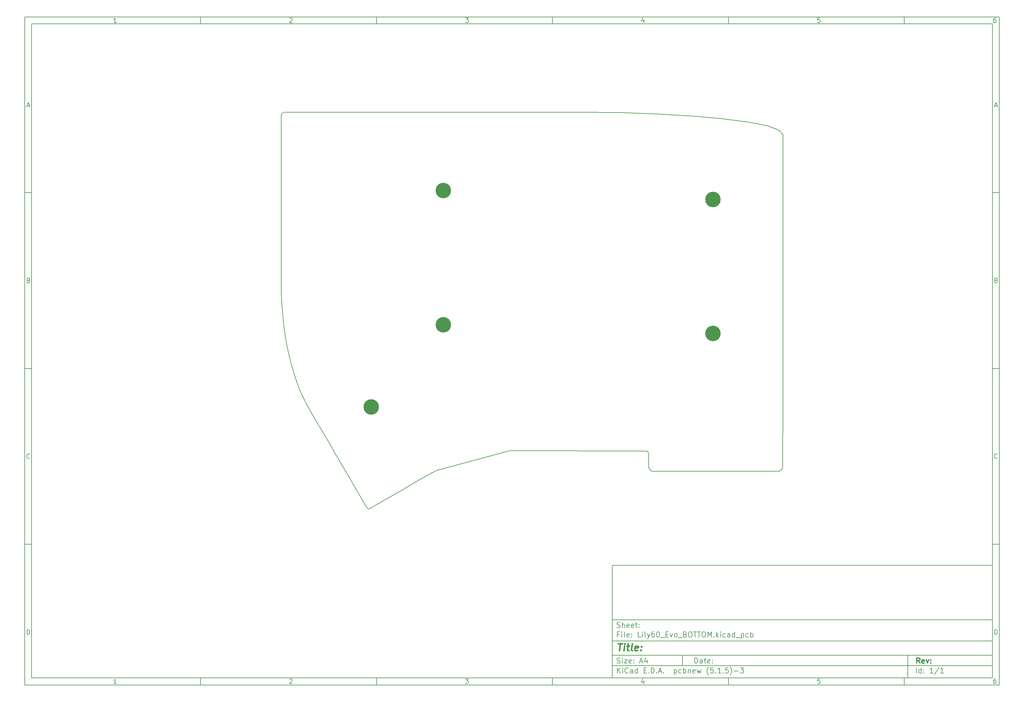
<source format=gts>
G04 #@! TF.GenerationSoftware,KiCad,Pcbnew,(5.1.5)-3*
G04 #@! TF.CreationDate,2020-05-17T20:10:40+04:00*
G04 #@! TF.ProjectId,Lily60_Evo_BOTTOM,4c696c79-3630-45f4-9576-6f5f424f5454,rev?*
G04 #@! TF.SameCoordinates,Original*
G04 #@! TF.FileFunction,Soldermask,Top*
G04 #@! TF.FilePolarity,Negative*
%FSLAX46Y46*%
G04 Gerber Fmt 4.6, Leading zero omitted, Abs format (unit mm)*
G04 Created by KiCad (PCBNEW (5.1.5)-3) date 2020-05-17 20:10:40*
%MOMM*%
%LPD*%
G04 APERTURE LIST*
%ADD10C,0.100000*%
%ADD11C,0.150000*%
%ADD12C,0.300000*%
%ADD13C,0.400000*%
%ADD14C,0.200000*%
%ADD15C,4.400000*%
G04 APERTURE END LIST*
D10*
D11*
X177002200Y-166007200D02*
X177002200Y-198007200D01*
X285002200Y-198007200D01*
X285002200Y-166007200D01*
X177002200Y-166007200D01*
D10*
D11*
X10000000Y-10000000D02*
X10000000Y-200007200D01*
X287002200Y-200007200D01*
X287002200Y-10000000D01*
X10000000Y-10000000D01*
D10*
D11*
X12000000Y-12000000D02*
X12000000Y-198007200D01*
X285002200Y-198007200D01*
X285002200Y-12000000D01*
X12000000Y-12000000D01*
D10*
D11*
X60000000Y-12000000D02*
X60000000Y-10000000D01*
D10*
D11*
X110000000Y-12000000D02*
X110000000Y-10000000D01*
D10*
D11*
X160000000Y-12000000D02*
X160000000Y-10000000D01*
D10*
D11*
X210000000Y-12000000D02*
X210000000Y-10000000D01*
D10*
D11*
X260000000Y-12000000D02*
X260000000Y-10000000D01*
D10*
D11*
X36065476Y-11588095D02*
X35322619Y-11588095D01*
X35694047Y-11588095D02*
X35694047Y-10288095D01*
X35570238Y-10473809D01*
X35446428Y-10597619D01*
X35322619Y-10659523D01*
D10*
D11*
X85322619Y-10411904D02*
X85384523Y-10350000D01*
X85508333Y-10288095D01*
X85817857Y-10288095D01*
X85941666Y-10350000D01*
X86003571Y-10411904D01*
X86065476Y-10535714D01*
X86065476Y-10659523D01*
X86003571Y-10845238D01*
X85260714Y-11588095D01*
X86065476Y-11588095D01*
D10*
D11*
X135260714Y-10288095D02*
X136065476Y-10288095D01*
X135632142Y-10783333D01*
X135817857Y-10783333D01*
X135941666Y-10845238D01*
X136003571Y-10907142D01*
X136065476Y-11030952D01*
X136065476Y-11340476D01*
X136003571Y-11464285D01*
X135941666Y-11526190D01*
X135817857Y-11588095D01*
X135446428Y-11588095D01*
X135322619Y-11526190D01*
X135260714Y-11464285D01*
D10*
D11*
X185941666Y-10721428D02*
X185941666Y-11588095D01*
X185632142Y-10226190D02*
X185322619Y-11154761D01*
X186127380Y-11154761D01*
D10*
D11*
X236003571Y-10288095D02*
X235384523Y-10288095D01*
X235322619Y-10907142D01*
X235384523Y-10845238D01*
X235508333Y-10783333D01*
X235817857Y-10783333D01*
X235941666Y-10845238D01*
X236003571Y-10907142D01*
X236065476Y-11030952D01*
X236065476Y-11340476D01*
X236003571Y-11464285D01*
X235941666Y-11526190D01*
X235817857Y-11588095D01*
X235508333Y-11588095D01*
X235384523Y-11526190D01*
X235322619Y-11464285D01*
D10*
D11*
X285941666Y-10288095D02*
X285694047Y-10288095D01*
X285570238Y-10350000D01*
X285508333Y-10411904D01*
X285384523Y-10597619D01*
X285322619Y-10845238D01*
X285322619Y-11340476D01*
X285384523Y-11464285D01*
X285446428Y-11526190D01*
X285570238Y-11588095D01*
X285817857Y-11588095D01*
X285941666Y-11526190D01*
X286003571Y-11464285D01*
X286065476Y-11340476D01*
X286065476Y-11030952D01*
X286003571Y-10907142D01*
X285941666Y-10845238D01*
X285817857Y-10783333D01*
X285570238Y-10783333D01*
X285446428Y-10845238D01*
X285384523Y-10907142D01*
X285322619Y-11030952D01*
D10*
D11*
X60000000Y-198007200D02*
X60000000Y-200007200D01*
D10*
D11*
X110000000Y-198007200D02*
X110000000Y-200007200D01*
D10*
D11*
X160000000Y-198007200D02*
X160000000Y-200007200D01*
D10*
D11*
X210000000Y-198007200D02*
X210000000Y-200007200D01*
D10*
D11*
X260000000Y-198007200D02*
X260000000Y-200007200D01*
D10*
D11*
X36065476Y-199595295D02*
X35322619Y-199595295D01*
X35694047Y-199595295D02*
X35694047Y-198295295D01*
X35570238Y-198481009D01*
X35446428Y-198604819D01*
X35322619Y-198666723D01*
D10*
D11*
X85322619Y-198419104D02*
X85384523Y-198357200D01*
X85508333Y-198295295D01*
X85817857Y-198295295D01*
X85941666Y-198357200D01*
X86003571Y-198419104D01*
X86065476Y-198542914D01*
X86065476Y-198666723D01*
X86003571Y-198852438D01*
X85260714Y-199595295D01*
X86065476Y-199595295D01*
D10*
D11*
X135260714Y-198295295D02*
X136065476Y-198295295D01*
X135632142Y-198790533D01*
X135817857Y-198790533D01*
X135941666Y-198852438D01*
X136003571Y-198914342D01*
X136065476Y-199038152D01*
X136065476Y-199347676D01*
X136003571Y-199471485D01*
X135941666Y-199533390D01*
X135817857Y-199595295D01*
X135446428Y-199595295D01*
X135322619Y-199533390D01*
X135260714Y-199471485D01*
D10*
D11*
X185941666Y-198728628D02*
X185941666Y-199595295D01*
X185632142Y-198233390D02*
X185322619Y-199161961D01*
X186127380Y-199161961D01*
D10*
D11*
X236003571Y-198295295D02*
X235384523Y-198295295D01*
X235322619Y-198914342D01*
X235384523Y-198852438D01*
X235508333Y-198790533D01*
X235817857Y-198790533D01*
X235941666Y-198852438D01*
X236003571Y-198914342D01*
X236065476Y-199038152D01*
X236065476Y-199347676D01*
X236003571Y-199471485D01*
X235941666Y-199533390D01*
X235817857Y-199595295D01*
X235508333Y-199595295D01*
X235384523Y-199533390D01*
X235322619Y-199471485D01*
D10*
D11*
X285941666Y-198295295D02*
X285694047Y-198295295D01*
X285570238Y-198357200D01*
X285508333Y-198419104D01*
X285384523Y-198604819D01*
X285322619Y-198852438D01*
X285322619Y-199347676D01*
X285384523Y-199471485D01*
X285446428Y-199533390D01*
X285570238Y-199595295D01*
X285817857Y-199595295D01*
X285941666Y-199533390D01*
X286003571Y-199471485D01*
X286065476Y-199347676D01*
X286065476Y-199038152D01*
X286003571Y-198914342D01*
X285941666Y-198852438D01*
X285817857Y-198790533D01*
X285570238Y-198790533D01*
X285446428Y-198852438D01*
X285384523Y-198914342D01*
X285322619Y-199038152D01*
D10*
D11*
X10000000Y-60000000D02*
X12000000Y-60000000D01*
D10*
D11*
X10000000Y-110000000D02*
X12000000Y-110000000D01*
D10*
D11*
X10000000Y-160000000D02*
X12000000Y-160000000D01*
D10*
D11*
X10690476Y-35216666D02*
X11309523Y-35216666D01*
X10566666Y-35588095D02*
X11000000Y-34288095D01*
X11433333Y-35588095D01*
D10*
D11*
X11092857Y-84907142D02*
X11278571Y-84969047D01*
X11340476Y-85030952D01*
X11402380Y-85154761D01*
X11402380Y-85340476D01*
X11340476Y-85464285D01*
X11278571Y-85526190D01*
X11154761Y-85588095D01*
X10659523Y-85588095D01*
X10659523Y-84288095D01*
X11092857Y-84288095D01*
X11216666Y-84350000D01*
X11278571Y-84411904D01*
X11340476Y-84535714D01*
X11340476Y-84659523D01*
X11278571Y-84783333D01*
X11216666Y-84845238D01*
X11092857Y-84907142D01*
X10659523Y-84907142D01*
D10*
D11*
X11402380Y-135464285D02*
X11340476Y-135526190D01*
X11154761Y-135588095D01*
X11030952Y-135588095D01*
X10845238Y-135526190D01*
X10721428Y-135402380D01*
X10659523Y-135278571D01*
X10597619Y-135030952D01*
X10597619Y-134845238D01*
X10659523Y-134597619D01*
X10721428Y-134473809D01*
X10845238Y-134350000D01*
X11030952Y-134288095D01*
X11154761Y-134288095D01*
X11340476Y-134350000D01*
X11402380Y-134411904D01*
D10*
D11*
X10659523Y-185588095D02*
X10659523Y-184288095D01*
X10969047Y-184288095D01*
X11154761Y-184350000D01*
X11278571Y-184473809D01*
X11340476Y-184597619D01*
X11402380Y-184845238D01*
X11402380Y-185030952D01*
X11340476Y-185278571D01*
X11278571Y-185402380D01*
X11154761Y-185526190D01*
X10969047Y-185588095D01*
X10659523Y-185588095D01*
D10*
D11*
X287002200Y-60000000D02*
X285002200Y-60000000D01*
D10*
D11*
X287002200Y-110000000D02*
X285002200Y-110000000D01*
D10*
D11*
X287002200Y-160000000D02*
X285002200Y-160000000D01*
D10*
D11*
X285692676Y-35216666D02*
X286311723Y-35216666D01*
X285568866Y-35588095D02*
X286002200Y-34288095D01*
X286435533Y-35588095D01*
D10*
D11*
X286095057Y-84907142D02*
X286280771Y-84969047D01*
X286342676Y-85030952D01*
X286404580Y-85154761D01*
X286404580Y-85340476D01*
X286342676Y-85464285D01*
X286280771Y-85526190D01*
X286156961Y-85588095D01*
X285661723Y-85588095D01*
X285661723Y-84288095D01*
X286095057Y-84288095D01*
X286218866Y-84350000D01*
X286280771Y-84411904D01*
X286342676Y-84535714D01*
X286342676Y-84659523D01*
X286280771Y-84783333D01*
X286218866Y-84845238D01*
X286095057Y-84907142D01*
X285661723Y-84907142D01*
D10*
D11*
X286404580Y-135464285D02*
X286342676Y-135526190D01*
X286156961Y-135588095D01*
X286033152Y-135588095D01*
X285847438Y-135526190D01*
X285723628Y-135402380D01*
X285661723Y-135278571D01*
X285599819Y-135030952D01*
X285599819Y-134845238D01*
X285661723Y-134597619D01*
X285723628Y-134473809D01*
X285847438Y-134350000D01*
X286033152Y-134288095D01*
X286156961Y-134288095D01*
X286342676Y-134350000D01*
X286404580Y-134411904D01*
D10*
D11*
X285661723Y-185588095D02*
X285661723Y-184288095D01*
X285971247Y-184288095D01*
X286156961Y-184350000D01*
X286280771Y-184473809D01*
X286342676Y-184597619D01*
X286404580Y-184845238D01*
X286404580Y-185030952D01*
X286342676Y-185278571D01*
X286280771Y-185402380D01*
X286156961Y-185526190D01*
X285971247Y-185588095D01*
X285661723Y-185588095D01*
D10*
D11*
X200434342Y-193785771D02*
X200434342Y-192285771D01*
X200791485Y-192285771D01*
X201005771Y-192357200D01*
X201148628Y-192500057D01*
X201220057Y-192642914D01*
X201291485Y-192928628D01*
X201291485Y-193142914D01*
X201220057Y-193428628D01*
X201148628Y-193571485D01*
X201005771Y-193714342D01*
X200791485Y-193785771D01*
X200434342Y-193785771D01*
X202577200Y-193785771D02*
X202577200Y-193000057D01*
X202505771Y-192857200D01*
X202362914Y-192785771D01*
X202077200Y-192785771D01*
X201934342Y-192857200D01*
X202577200Y-193714342D02*
X202434342Y-193785771D01*
X202077200Y-193785771D01*
X201934342Y-193714342D01*
X201862914Y-193571485D01*
X201862914Y-193428628D01*
X201934342Y-193285771D01*
X202077200Y-193214342D01*
X202434342Y-193214342D01*
X202577200Y-193142914D01*
X203077200Y-192785771D02*
X203648628Y-192785771D01*
X203291485Y-192285771D02*
X203291485Y-193571485D01*
X203362914Y-193714342D01*
X203505771Y-193785771D01*
X203648628Y-193785771D01*
X204720057Y-193714342D02*
X204577200Y-193785771D01*
X204291485Y-193785771D01*
X204148628Y-193714342D01*
X204077200Y-193571485D01*
X204077200Y-193000057D01*
X204148628Y-192857200D01*
X204291485Y-192785771D01*
X204577200Y-192785771D01*
X204720057Y-192857200D01*
X204791485Y-193000057D01*
X204791485Y-193142914D01*
X204077200Y-193285771D01*
X205434342Y-193642914D02*
X205505771Y-193714342D01*
X205434342Y-193785771D01*
X205362914Y-193714342D01*
X205434342Y-193642914D01*
X205434342Y-193785771D01*
X205434342Y-192857200D02*
X205505771Y-192928628D01*
X205434342Y-193000057D01*
X205362914Y-192928628D01*
X205434342Y-192857200D01*
X205434342Y-193000057D01*
D10*
D11*
X177002200Y-194507200D02*
X285002200Y-194507200D01*
D10*
D11*
X178434342Y-196585771D02*
X178434342Y-195085771D01*
X179291485Y-196585771D02*
X178648628Y-195728628D01*
X179291485Y-195085771D02*
X178434342Y-195942914D01*
X179934342Y-196585771D02*
X179934342Y-195585771D01*
X179934342Y-195085771D02*
X179862914Y-195157200D01*
X179934342Y-195228628D01*
X180005771Y-195157200D01*
X179934342Y-195085771D01*
X179934342Y-195228628D01*
X181505771Y-196442914D02*
X181434342Y-196514342D01*
X181220057Y-196585771D01*
X181077200Y-196585771D01*
X180862914Y-196514342D01*
X180720057Y-196371485D01*
X180648628Y-196228628D01*
X180577200Y-195942914D01*
X180577200Y-195728628D01*
X180648628Y-195442914D01*
X180720057Y-195300057D01*
X180862914Y-195157200D01*
X181077200Y-195085771D01*
X181220057Y-195085771D01*
X181434342Y-195157200D01*
X181505771Y-195228628D01*
X182791485Y-196585771D02*
X182791485Y-195800057D01*
X182720057Y-195657200D01*
X182577200Y-195585771D01*
X182291485Y-195585771D01*
X182148628Y-195657200D01*
X182791485Y-196514342D02*
X182648628Y-196585771D01*
X182291485Y-196585771D01*
X182148628Y-196514342D01*
X182077200Y-196371485D01*
X182077200Y-196228628D01*
X182148628Y-196085771D01*
X182291485Y-196014342D01*
X182648628Y-196014342D01*
X182791485Y-195942914D01*
X184148628Y-196585771D02*
X184148628Y-195085771D01*
X184148628Y-196514342D02*
X184005771Y-196585771D01*
X183720057Y-196585771D01*
X183577200Y-196514342D01*
X183505771Y-196442914D01*
X183434342Y-196300057D01*
X183434342Y-195871485D01*
X183505771Y-195728628D01*
X183577200Y-195657200D01*
X183720057Y-195585771D01*
X184005771Y-195585771D01*
X184148628Y-195657200D01*
X186005771Y-195800057D02*
X186505771Y-195800057D01*
X186720057Y-196585771D02*
X186005771Y-196585771D01*
X186005771Y-195085771D01*
X186720057Y-195085771D01*
X187362914Y-196442914D02*
X187434342Y-196514342D01*
X187362914Y-196585771D01*
X187291485Y-196514342D01*
X187362914Y-196442914D01*
X187362914Y-196585771D01*
X188077200Y-196585771D02*
X188077200Y-195085771D01*
X188434342Y-195085771D01*
X188648628Y-195157200D01*
X188791485Y-195300057D01*
X188862914Y-195442914D01*
X188934342Y-195728628D01*
X188934342Y-195942914D01*
X188862914Y-196228628D01*
X188791485Y-196371485D01*
X188648628Y-196514342D01*
X188434342Y-196585771D01*
X188077200Y-196585771D01*
X189577200Y-196442914D02*
X189648628Y-196514342D01*
X189577200Y-196585771D01*
X189505771Y-196514342D01*
X189577200Y-196442914D01*
X189577200Y-196585771D01*
X190220057Y-196157200D02*
X190934342Y-196157200D01*
X190077200Y-196585771D02*
X190577200Y-195085771D01*
X191077200Y-196585771D01*
X191577200Y-196442914D02*
X191648628Y-196514342D01*
X191577200Y-196585771D01*
X191505771Y-196514342D01*
X191577200Y-196442914D01*
X191577200Y-196585771D01*
X194577200Y-195585771D02*
X194577200Y-197085771D01*
X194577200Y-195657200D02*
X194720057Y-195585771D01*
X195005771Y-195585771D01*
X195148628Y-195657200D01*
X195220057Y-195728628D01*
X195291485Y-195871485D01*
X195291485Y-196300057D01*
X195220057Y-196442914D01*
X195148628Y-196514342D01*
X195005771Y-196585771D01*
X194720057Y-196585771D01*
X194577200Y-196514342D01*
X196577200Y-196514342D02*
X196434342Y-196585771D01*
X196148628Y-196585771D01*
X196005771Y-196514342D01*
X195934342Y-196442914D01*
X195862914Y-196300057D01*
X195862914Y-195871485D01*
X195934342Y-195728628D01*
X196005771Y-195657200D01*
X196148628Y-195585771D01*
X196434342Y-195585771D01*
X196577200Y-195657200D01*
X197220057Y-196585771D02*
X197220057Y-195085771D01*
X197220057Y-195657200D02*
X197362914Y-195585771D01*
X197648628Y-195585771D01*
X197791485Y-195657200D01*
X197862914Y-195728628D01*
X197934342Y-195871485D01*
X197934342Y-196300057D01*
X197862914Y-196442914D01*
X197791485Y-196514342D01*
X197648628Y-196585771D01*
X197362914Y-196585771D01*
X197220057Y-196514342D01*
X198577200Y-195585771D02*
X198577200Y-196585771D01*
X198577200Y-195728628D02*
X198648628Y-195657200D01*
X198791485Y-195585771D01*
X199005771Y-195585771D01*
X199148628Y-195657200D01*
X199220057Y-195800057D01*
X199220057Y-196585771D01*
X200505771Y-196514342D02*
X200362914Y-196585771D01*
X200077200Y-196585771D01*
X199934342Y-196514342D01*
X199862914Y-196371485D01*
X199862914Y-195800057D01*
X199934342Y-195657200D01*
X200077200Y-195585771D01*
X200362914Y-195585771D01*
X200505771Y-195657200D01*
X200577200Y-195800057D01*
X200577200Y-195942914D01*
X199862914Y-196085771D01*
X201077200Y-195585771D02*
X201362914Y-196585771D01*
X201648628Y-195871485D01*
X201934342Y-196585771D01*
X202220057Y-195585771D01*
X204362914Y-197157200D02*
X204291485Y-197085771D01*
X204148628Y-196871485D01*
X204077200Y-196728628D01*
X204005771Y-196514342D01*
X203934342Y-196157200D01*
X203934342Y-195871485D01*
X204005771Y-195514342D01*
X204077200Y-195300057D01*
X204148628Y-195157200D01*
X204291485Y-194942914D01*
X204362914Y-194871485D01*
X205648628Y-195085771D02*
X204934342Y-195085771D01*
X204862914Y-195800057D01*
X204934342Y-195728628D01*
X205077200Y-195657200D01*
X205434342Y-195657200D01*
X205577200Y-195728628D01*
X205648628Y-195800057D01*
X205720057Y-195942914D01*
X205720057Y-196300057D01*
X205648628Y-196442914D01*
X205577200Y-196514342D01*
X205434342Y-196585771D01*
X205077200Y-196585771D01*
X204934342Y-196514342D01*
X204862914Y-196442914D01*
X206362914Y-196442914D02*
X206434342Y-196514342D01*
X206362914Y-196585771D01*
X206291485Y-196514342D01*
X206362914Y-196442914D01*
X206362914Y-196585771D01*
X207862914Y-196585771D02*
X207005771Y-196585771D01*
X207434342Y-196585771D02*
X207434342Y-195085771D01*
X207291485Y-195300057D01*
X207148628Y-195442914D01*
X207005771Y-195514342D01*
X208505771Y-196442914D02*
X208577200Y-196514342D01*
X208505771Y-196585771D01*
X208434342Y-196514342D01*
X208505771Y-196442914D01*
X208505771Y-196585771D01*
X209934342Y-195085771D02*
X209220057Y-195085771D01*
X209148628Y-195800057D01*
X209220057Y-195728628D01*
X209362914Y-195657200D01*
X209720057Y-195657200D01*
X209862914Y-195728628D01*
X209934342Y-195800057D01*
X210005771Y-195942914D01*
X210005771Y-196300057D01*
X209934342Y-196442914D01*
X209862914Y-196514342D01*
X209720057Y-196585771D01*
X209362914Y-196585771D01*
X209220057Y-196514342D01*
X209148628Y-196442914D01*
X210505771Y-197157200D02*
X210577200Y-197085771D01*
X210720057Y-196871485D01*
X210791485Y-196728628D01*
X210862914Y-196514342D01*
X210934342Y-196157200D01*
X210934342Y-195871485D01*
X210862914Y-195514342D01*
X210791485Y-195300057D01*
X210720057Y-195157200D01*
X210577200Y-194942914D01*
X210505771Y-194871485D01*
X211648628Y-196014342D02*
X212791485Y-196014342D01*
X213362914Y-195085771D02*
X214291485Y-195085771D01*
X213791485Y-195657200D01*
X214005771Y-195657200D01*
X214148628Y-195728628D01*
X214220057Y-195800057D01*
X214291485Y-195942914D01*
X214291485Y-196300057D01*
X214220057Y-196442914D01*
X214148628Y-196514342D01*
X214005771Y-196585771D01*
X213577200Y-196585771D01*
X213434342Y-196514342D01*
X213362914Y-196442914D01*
D10*
D11*
X177002200Y-191507200D02*
X285002200Y-191507200D01*
D10*
D12*
X264411485Y-193785771D02*
X263911485Y-193071485D01*
X263554342Y-193785771D02*
X263554342Y-192285771D01*
X264125771Y-192285771D01*
X264268628Y-192357200D01*
X264340057Y-192428628D01*
X264411485Y-192571485D01*
X264411485Y-192785771D01*
X264340057Y-192928628D01*
X264268628Y-193000057D01*
X264125771Y-193071485D01*
X263554342Y-193071485D01*
X265625771Y-193714342D02*
X265482914Y-193785771D01*
X265197200Y-193785771D01*
X265054342Y-193714342D01*
X264982914Y-193571485D01*
X264982914Y-193000057D01*
X265054342Y-192857200D01*
X265197200Y-192785771D01*
X265482914Y-192785771D01*
X265625771Y-192857200D01*
X265697200Y-193000057D01*
X265697200Y-193142914D01*
X264982914Y-193285771D01*
X266197200Y-192785771D02*
X266554342Y-193785771D01*
X266911485Y-192785771D01*
X267482914Y-193642914D02*
X267554342Y-193714342D01*
X267482914Y-193785771D01*
X267411485Y-193714342D01*
X267482914Y-193642914D01*
X267482914Y-193785771D01*
X267482914Y-192857200D02*
X267554342Y-192928628D01*
X267482914Y-193000057D01*
X267411485Y-192928628D01*
X267482914Y-192857200D01*
X267482914Y-193000057D01*
D10*
D11*
X178362914Y-193714342D02*
X178577200Y-193785771D01*
X178934342Y-193785771D01*
X179077200Y-193714342D01*
X179148628Y-193642914D01*
X179220057Y-193500057D01*
X179220057Y-193357200D01*
X179148628Y-193214342D01*
X179077200Y-193142914D01*
X178934342Y-193071485D01*
X178648628Y-193000057D01*
X178505771Y-192928628D01*
X178434342Y-192857200D01*
X178362914Y-192714342D01*
X178362914Y-192571485D01*
X178434342Y-192428628D01*
X178505771Y-192357200D01*
X178648628Y-192285771D01*
X179005771Y-192285771D01*
X179220057Y-192357200D01*
X179862914Y-193785771D02*
X179862914Y-192785771D01*
X179862914Y-192285771D02*
X179791485Y-192357200D01*
X179862914Y-192428628D01*
X179934342Y-192357200D01*
X179862914Y-192285771D01*
X179862914Y-192428628D01*
X180434342Y-192785771D02*
X181220057Y-192785771D01*
X180434342Y-193785771D01*
X181220057Y-193785771D01*
X182362914Y-193714342D02*
X182220057Y-193785771D01*
X181934342Y-193785771D01*
X181791485Y-193714342D01*
X181720057Y-193571485D01*
X181720057Y-193000057D01*
X181791485Y-192857200D01*
X181934342Y-192785771D01*
X182220057Y-192785771D01*
X182362914Y-192857200D01*
X182434342Y-193000057D01*
X182434342Y-193142914D01*
X181720057Y-193285771D01*
X183077200Y-193642914D02*
X183148628Y-193714342D01*
X183077200Y-193785771D01*
X183005771Y-193714342D01*
X183077200Y-193642914D01*
X183077200Y-193785771D01*
X183077200Y-192857200D02*
X183148628Y-192928628D01*
X183077200Y-193000057D01*
X183005771Y-192928628D01*
X183077200Y-192857200D01*
X183077200Y-193000057D01*
X184862914Y-193357200D02*
X185577200Y-193357200D01*
X184720057Y-193785771D02*
X185220057Y-192285771D01*
X185720057Y-193785771D01*
X186862914Y-192785771D02*
X186862914Y-193785771D01*
X186505771Y-192214342D02*
X186148628Y-193285771D01*
X187077200Y-193285771D01*
D10*
D11*
X263434342Y-196585771D02*
X263434342Y-195085771D01*
X264791485Y-196585771D02*
X264791485Y-195085771D01*
X264791485Y-196514342D02*
X264648628Y-196585771D01*
X264362914Y-196585771D01*
X264220057Y-196514342D01*
X264148628Y-196442914D01*
X264077200Y-196300057D01*
X264077200Y-195871485D01*
X264148628Y-195728628D01*
X264220057Y-195657200D01*
X264362914Y-195585771D01*
X264648628Y-195585771D01*
X264791485Y-195657200D01*
X265505771Y-196442914D02*
X265577200Y-196514342D01*
X265505771Y-196585771D01*
X265434342Y-196514342D01*
X265505771Y-196442914D01*
X265505771Y-196585771D01*
X265505771Y-195657200D02*
X265577200Y-195728628D01*
X265505771Y-195800057D01*
X265434342Y-195728628D01*
X265505771Y-195657200D01*
X265505771Y-195800057D01*
X268148628Y-196585771D02*
X267291485Y-196585771D01*
X267720057Y-196585771D02*
X267720057Y-195085771D01*
X267577200Y-195300057D01*
X267434342Y-195442914D01*
X267291485Y-195514342D01*
X269862914Y-195014342D02*
X268577200Y-196942914D01*
X271148628Y-196585771D02*
X270291485Y-196585771D01*
X270720057Y-196585771D02*
X270720057Y-195085771D01*
X270577200Y-195300057D01*
X270434342Y-195442914D01*
X270291485Y-195514342D01*
D10*
D11*
X177002200Y-187507200D02*
X285002200Y-187507200D01*
D10*
D13*
X178714580Y-188211961D02*
X179857438Y-188211961D01*
X179036009Y-190211961D02*
X179286009Y-188211961D01*
X180274104Y-190211961D02*
X180440771Y-188878628D01*
X180524104Y-188211961D02*
X180416961Y-188307200D01*
X180500295Y-188402438D01*
X180607438Y-188307200D01*
X180524104Y-188211961D01*
X180500295Y-188402438D01*
X181107438Y-188878628D02*
X181869342Y-188878628D01*
X181476485Y-188211961D02*
X181262200Y-189926247D01*
X181333628Y-190116723D01*
X181512200Y-190211961D01*
X181702676Y-190211961D01*
X182655057Y-190211961D02*
X182476485Y-190116723D01*
X182405057Y-189926247D01*
X182619342Y-188211961D01*
X184190771Y-190116723D02*
X183988390Y-190211961D01*
X183607438Y-190211961D01*
X183428866Y-190116723D01*
X183357438Y-189926247D01*
X183452676Y-189164342D01*
X183571723Y-188973866D01*
X183774104Y-188878628D01*
X184155057Y-188878628D01*
X184333628Y-188973866D01*
X184405057Y-189164342D01*
X184381247Y-189354819D01*
X183405057Y-189545295D01*
X185155057Y-190021485D02*
X185238390Y-190116723D01*
X185131247Y-190211961D01*
X185047914Y-190116723D01*
X185155057Y-190021485D01*
X185131247Y-190211961D01*
X185286009Y-188973866D02*
X185369342Y-189069104D01*
X185262200Y-189164342D01*
X185178866Y-189069104D01*
X185286009Y-188973866D01*
X185262200Y-189164342D01*
D10*
D11*
X178934342Y-185600057D02*
X178434342Y-185600057D01*
X178434342Y-186385771D02*
X178434342Y-184885771D01*
X179148628Y-184885771D01*
X179720057Y-186385771D02*
X179720057Y-185385771D01*
X179720057Y-184885771D02*
X179648628Y-184957200D01*
X179720057Y-185028628D01*
X179791485Y-184957200D01*
X179720057Y-184885771D01*
X179720057Y-185028628D01*
X180648628Y-186385771D02*
X180505771Y-186314342D01*
X180434342Y-186171485D01*
X180434342Y-184885771D01*
X181791485Y-186314342D02*
X181648628Y-186385771D01*
X181362914Y-186385771D01*
X181220057Y-186314342D01*
X181148628Y-186171485D01*
X181148628Y-185600057D01*
X181220057Y-185457200D01*
X181362914Y-185385771D01*
X181648628Y-185385771D01*
X181791485Y-185457200D01*
X181862914Y-185600057D01*
X181862914Y-185742914D01*
X181148628Y-185885771D01*
X182505771Y-186242914D02*
X182577200Y-186314342D01*
X182505771Y-186385771D01*
X182434342Y-186314342D01*
X182505771Y-186242914D01*
X182505771Y-186385771D01*
X182505771Y-185457200D02*
X182577200Y-185528628D01*
X182505771Y-185600057D01*
X182434342Y-185528628D01*
X182505771Y-185457200D01*
X182505771Y-185600057D01*
X185077200Y-186385771D02*
X184362914Y-186385771D01*
X184362914Y-184885771D01*
X185577200Y-186385771D02*
X185577200Y-185385771D01*
X185577200Y-184885771D02*
X185505771Y-184957200D01*
X185577200Y-185028628D01*
X185648628Y-184957200D01*
X185577200Y-184885771D01*
X185577200Y-185028628D01*
X186505771Y-186385771D02*
X186362914Y-186314342D01*
X186291485Y-186171485D01*
X186291485Y-184885771D01*
X186934342Y-185385771D02*
X187291485Y-186385771D01*
X187648628Y-185385771D02*
X187291485Y-186385771D01*
X187148628Y-186742914D01*
X187077200Y-186814342D01*
X186934342Y-186885771D01*
X188862914Y-184885771D02*
X188577200Y-184885771D01*
X188434342Y-184957200D01*
X188362914Y-185028628D01*
X188220057Y-185242914D01*
X188148628Y-185528628D01*
X188148628Y-186100057D01*
X188220057Y-186242914D01*
X188291485Y-186314342D01*
X188434342Y-186385771D01*
X188720057Y-186385771D01*
X188862914Y-186314342D01*
X188934342Y-186242914D01*
X189005771Y-186100057D01*
X189005771Y-185742914D01*
X188934342Y-185600057D01*
X188862914Y-185528628D01*
X188720057Y-185457200D01*
X188434342Y-185457200D01*
X188291485Y-185528628D01*
X188220057Y-185600057D01*
X188148628Y-185742914D01*
X189934342Y-184885771D02*
X190077200Y-184885771D01*
X190220057Y-184957200D01*
X190291485Y-185028628D01*
X190362914Y-185171485D01*
X190434342Y-185457200D01*
X190434342Y-185814342D01*
X190362914Y-186100057D01*
X190291485Y-186242914D01*
X190220057Y-186314342D01*
X190077200Y-186385771D01*
X189934342Y-186385771D01*
X189791485Y-186314342D01*
X189720057Y-186242914D01*
X189648628Y-186100057D01*
X189577200Y-185814342D01*
X189577200Y-185457200D01*
X189648628Y-185171485D01*
X189720057Y-185028628D01*
X189791485Y-184957200D01*
X189934342Y-184885771D01*
X190720057Y-186528628D02*
X191862914Y-186528628D01*
X192220057Y-185600057D02*
X192720057Y-185600057D01*
X192934342Y-186385771D02*
X192220057Y-186385771D01*
X192220057Y-184885771D01*
X192934342Y-184885771D01*
X193434342Y-185385771D02*
X193791485Y-186385771D01*
X194148628Y-185385771D01*
X194934342Y-186385771D02*
X194791485Y-186314342D01*
X194720057Y-186242914D01*
X194648628Y-186100057D01*
X194648628Y-185671485D01*
X194720057Y-185528628D01*
X194791485Y-185457200D01*
X194934342Y-185385771D01*
X195148628Y-185385771D01*
X195291485Y-185457200D01*
X195362914Y-185528628D01*
X195434342Y-185671485D01*
X195434342Y-186100057D01*
X195362914Y-186242914D01*
X195291485Y-186314342D01*
X195148628Y-186385771D01*
X194934342Y-186385771D01*
X195720057Y-186528628D02*
X196862914Y-186528628D01*
X197720057Y-185600057D02*
X197934342Y-185671485D01*
X198005771Y-185742914D01*
X198077200Y-185885771D01*
X198077200Y-186100057D01*
X198005771Y-186242914D01*
X197934342Y-186314342D01*
X197791485Y-186385771D01*
X197220057Y-186385771D01*
X197220057Y-184885771D01*
X197720057Y-184885771D01*
X197862914Y-184957200D01*
X197934342Y-185028628D01*
X198005771Y-185171485D01*
X198005771Y-185314342D01*
X197934342Y-185457200D01*
X197862914Y-185528628D01*
X197720057Y-185600057D01*
X197220057Y-185600057D01*
X199005771Y-184885771D02*
X199291485Y-184885771D01*
X199434342Y-184957200D01*
X199577200Y-185100057D01*
X199648628Y-185385771D01*
X199648628Y-185885771D01*
X199577200Y-186171485D01*
X199434342Y-186314342D01*
X199291485Y-186385771D01*
X199005771Y-186385771D01*
X198862914Y-186314342D01*
X198720057Y-186171485D01*
X198648628Y-185885771D01*
X198648628Y-185385771D01*
X198720057Y-185100057D01*
X198862914Y-184957200D01*
X199005771Y-184885771D01*
X200077200Y-184885771D02*
X200934342Y-184885771D01*
X200505771Y-186385771D02*
X200505771Y-184885771D01*
X201220057Y-184885771D02*
X202077200Y-184885771D01*
X201648628Y-186385771D02*
X201648628Y-184885771D01*
X202862914Y-184885771D02*
X203148628Y-184885771D01*
X203291485Y-184957200D01*
X203434342Y-185100057D01*
X203505771Y-185385771D01*
X203505771Y-185885771D01*
X203434342Y-186171485D01*
X203291485Y-186314342D01*
X203148628Y-186385771D01*
X202862914Y-186385771D01*
X202720057Y-186314342D01*
X202577200Y-186171485D01*
X202505771Y-185885771D01*
X202505771Y-185385771D01*
X202577200Y-185100057D01*
X202720057Y-184957200D01*
X202862914Y-184885771D01*
X204148628Y-186385771D02*
X204148628Y-184885771D01*
X204648628Y-185957200D01*
X205148628Y-184885771D01*
X205148628Y-186385771D01*
X205862914Y-186242914D02*
X205934342Y-186314342D01*
X205862914Y-186385771D01*
X205791485Y-186314342D01*
X205862914Y-186242914D01*
X205862914Y-186385771D01*
X206577200Y-186385771D02*
X206577200Y-184885771D01*
X206720057Y-185814342D02*
X207148628Y-186385771D01*
X207148628Y-185385771D02*
X206577200Y-185957200D01*
X207791485Y-186385771D02*
X207791485Y-185385771D01*
X207791485Y-184885771D02*
X207720057Y-184957200D01*
X207791485Y-185028628D01*
X207862914Y-184957200D01*
X207791485Y-184885771D01*
X207791485Y-185028628D01*
X209148628Y-186314342D02*
X209005771Y-186385771D01*
X208720057Y-186385771D01*
X208577200Y-186314342D01*
X208505771Y-186242914D01*
X208434342Y-186100057D01*
X208434342Y-185671485D01*
X208505771Y-185528628D01*
X208577200Y-185457200D01*
X208720057Y-185385771D01*
X209005771Y-185385771D01*
X209148628Y-185457200D01*
X210434342Y-186385771D02*
X210434342Y-185600057D01*
X210362914Y-185457200D01*
X210220057Y-185385771D01*
X209934342Y-185385771D01*
X209791485Y-185457200D01*
X210434342Y-186314342D02*
X210291485Y-186385771D01*
X209934342Y-186385771D01*
X209791485Y-186314342D01*
X209720057Y-186171485D01*
X209720057Y-186028628D01*
X209791485Y-185885771D01*
X209934342Y-185814342D01*
X210291485Y-185814342D01*
X210434342Y-185742914D01*
X211791485Y-186385771D02*
X211791485Y-184885771D01*
X211791485Y-186314342D02*
X211648628Y-186385771D01*
X211362914Y-186385771D01*
X211220057Y-186314342D01*
X211148628Y-186242914D01*
X211077200Y-186100057D01*
X211077200Y-185671485D01*
X211148628Y-185528628D01*
X211220057Y-185457200D01*
X211362914Y-185385771D01*
X211648628Y-185385771D01*
X211791485Y-185457200D01*
X212148628Y-186528628D02*
X213291485Y-186528628D01*
X213648628Y-185385771D02*
X213648628Y-186885771D01*
X213648628Y-185457200D02*
X213791485Y-185385771D01*
X214077200Y-185385771D01*
X214220057Y-185457200D01*
X214291485Y-185528628D01*
X214362914Y-185671485D01*
X214362914Y-186100057D01*
X214291485Y-186242914D01*
X214220057Y-186314342D01*
X214077200Y-186385771D01*
X213791485Y-186385771D01*
X213648628Y-186314342D01*
X215648628Y-186314342D02*
X215505771Y-186385771D01*
X215220057Y-186385771D01*
X215077200Y-186314342D01*
X215005771Y-186242914D01*
X214934342Y-186100057D01*
X214934342Y-185671485D01*
X215005771Y-185528628D01*
X215077200Y-185457200D01*
X215220057Y-185385771D01*
X215505771Y-185385771D01*
X215648628Y-185457200D01*
X216291485Y-186385771D02*
X216291485Y-184885771D01*
X216291485Y-185457200D02*
X216434342Y-185385771D01*
X216720057Y-185385771D01*
X216862914Y-185457200D01*
X216934342Y-185528628D01*
X217005771Y-185671485D01*
X217005771Y-186100057D01*
X216934342Y-186242914D01*
X216862914Y-186314342D01*
X216720057Y-186385771D01*
X216434342Y-186385771D01*
X216291485Y-186314342D01*
D10*
D11*
X177002200Y-181507200D02*
X285002200Y-181507200D01*
D10*
D11*
X178362914Y-183614342D02*
X178577200Y-183685771D01*
X178934342Y-183685771D01*
X179077200Y-183614342D01*
X179148628Y-183542914D01*
X179220057Y-183400057D01*
X179220057Y-183257200D01*
X179148628Y-183114342D01*
X179077200Y-183042914D01*
X178934342Y-182971485D01*
X178648628Y-182900057D01*
X178505771Y-182828628D01*
X178434342Y-182757200D01*
X178362914Y-182614342D01*
X178362914Y-182471485D01*
X178434342Y-182328628D01*
X178505771Y-182257200D01*
X178648628Y-182185771D01*
X179005771Y-182185771D01*
X179220057Y-182257200D01*
X179862914Y-183685771D02*
X179862914Y-182185771D01*
X180505771Y-183685771D02*
X180505771Y-182900057D01*
X180434342Y-182757200D01*
X180291485Y-182685771D01*
X180077200Y-182685771D01*
X179934342Y-182757200D01*
X179862914Y-182828628D01*
X181791485Y-183614342D02*
X181648628Y-183685771D01*
X181362914Y-183685771D01*
X181220057Y-183614342D01*
X181148628Y-183471485D01*
X181148628Y-182900057D01*
X181220057Y-182757200D01*
X181362914Y-182685771D01*
X181648628Y-182685771D01*
X181791485Y-182757200D01*
X181862914Y-182900057D01*
X181862914Y-183042914D01*
X181148628Y-183185771D01*
X183077200Y-183614342D02*
X182934342Y-183685771D01*
X182648628Y-183685771D01*
X182505771Y-183614342D01*
X182434342Y-183471485D01*
X182434342Y-182900057D01*
X182505771Y-182757200D01*
X182648628Y-182685771D01*
X182934342Y-182685771D01*
X183077200Y-182757200D01*
X183148628Y-182900057D01*
X183148628Y-183042914D01*
X182434342Y-183185771D01*
X183577200Y-182685771D02*
X184148628Y-182685771D01*
X183791485Y-182185771D02*
X183791485Y-183471485D01*
X183862914Y-183614342D01*
X184005771Y-183685771D01*
X184148628Y-183685771D01*
X184648628Y-183542914D02*
X184720057Y-183614342D01*
X184648628Y-183685771D01*
X184577200Y-183614342D01*
X184648628Y-183542914D01*
X184648628Y-183685771D01*
X184648628Y-182757200D02*
X184720057Y-182828628D01*
X184648628Y-182900057D01*
X184577200Y-182828628D01*
X184648628Y-182757200D01*
X184648628Y-182900057D01*
D10*
D11*
X197002200Y-191507200D02*
X197002200Y-194507200D01*
D10*
D11*
X261002200Y-191507200D02*
X261002200Y-198007200D01*
D14*
X187714087Y-138785913D02*
X187530998Y-138563960D01*
X188472504Y-139194553D02*
X188190848Y-139107217D01*
X187530998Y-138563960D02*
X187392782Y-138309152D01*
X188190848Y-139107217D02*
X187936039Y-138969001D01*
X187392782Y-138309152D02*
X187305447Y-138027496D01*
X188750000Y-139200000D02*
X188472504Y-139194553D01*
X187936039Y-138969001D02*
X187714087Y-138785913D01*
X186658574Y-133452455D02*
G75*
G02X187300000Y-134150000I-58574J-697545D01*
G01*
X124667888Y-140255128D02*
X127100000Y-138950000D01*
X120963416Y-142391346D02*
X124667888Y-140255128D01*
X117258944Y-144527564D02*
X120963416Y-142391346D01*
X113554472Y-146663782D02*
X117258944Y-144527564D01*
X225459999Y-119289735D02*
X225450000Y-137750000D01*
X204850000Y-139200000D02*
X224277496Y-139194553D01*
X225357217Y-138309152D02*
X225219001Y-138563961D01*
X224559152Y-139107218D02*
X224277496Y-139194553D01*
X224813960Y-138969002D02*
X224559152Y-139107218D01*
X225035913Y-138785913D02*
X224813960Y-138969002D01*
X225444553Y-138027496D02*
X225357217Y-138309152D01*
X225219001Y-138563961D02*
X225035913Y-138785913D01*
X225450000Y-137750000D02*
X225444553Y-138027496D01*
X127100000Y-138950000D02*
X147900000Y-133400000D01*
X187300000Y-134150000D02*
X187305447Y-138027496D01*
X147900000Y-133400000D02*
X186658574Y-133452455D01*
X109882452Y-148801617D02*
X113554472Y-146663782D01*
X188750000Y-139200000D02*
X204850000Y-139200000D01*
X82937528Y-50750629D02*
X82937528Y-44443695D01*
X82937528Y-57057562D02*
X82937528Y-50750629D01*
X115211711Y-37086762D02*
X104803877Y-37086762D01*
X199807654Y-38170488D02*
X189919538Y-37585374D01*
X208420758Y-38945561D02*
X199807654Y-38170488D01*
X215525697Y-39885159D02*
X208420758Y-38945561D01*
X220889319Y-40963847D02*
X215525697Y-39885159D01*
X178989563Y-37215654D02*
X167250881Y-37086762D01*
X189919538Y-37585374D02*
X178989563Y-37215654D01*
X225460000Y-52918378D02*
X225460000Y-62400000D01*
X225460000Y-43436755D02*
X225460000Y-52918378D01*
X82937528Y-69671429D02*
X82937528Y-63364495D01*
X82937528Y-75978362D02*
X82937528Y-69671429D01*
X82937528Y-82285296D02*
X82937528Y-75978362D01*
X82937528Y-88592229D02*
X82937528Y-82285296D01*
X104803877Y-37086762D02*
X94396044Y-37086762D01*
X125619545Y-37086762D02*
X115211711Y-37086762D01*
X136027379Y-37086762D02*
X125619545Y-37086762D01*
X146435213Y-37086762D02*
X136027379Y-37086762D01*
X156843047Y-37086762D02*
X146435213Y-37086762D01*
X167250881Y-37086762D02*
X156843047Y-37086762D01*
X83400937Y-37265961D02*
X83579303Y-37169210D01*
X83245570Y-37394123D02*
X83400937Y-37265961D01*
X83117409Y-37549489D02*
X83245570Y-37394123D01*
X83020657Y-37727855D02*
X83117409Y-37549489D01*
X82959523Y-37925015D02*
X83020657Y-37727855D01*
X82938210Y-38136762D02*
X82959523Y-37925015D01*
X83776462Y-37108075D02*
X83988210Y-37086762D01*
X83579303Y-37169210D02*
X83776462Y-37108075D01*
X94396044Y-37086762D02*
X83988210Y-37086762D01*
X82937528Y-63364495D02*
X82937528Y-57057562D01*
X82937528Y-44443695D02*
X82937528Y-38136762D01*
X88291758Y-116318073D02*
X89993333Y-119989540D01*
X86863105Y-112530670D02*
X88291758Y-116318073D01*
X85688004Y-108649127D02*
X86863105Y-112530670D01*
X84747083Y-104695246D02*
X85688004Y-108649127D01*
X84020972Y-100690825D02*
X84747083Y-104695246D01*
X83490297Y-96657663D02*
X84020972Y-100690825D01*
X83135690Y-92617561D02*
X83490297Y-96657663D01*
X82937777Y-88592317D02*
X83135690Y-92617561D01*
X108038864Y-149857278D02*
X108206758Y-149771756D01*
X107880206Y-149904468D02*
X108038864Y-149857278D01*
X107731252Y-149913974D02*
X107880206Y-149904468D01*
X107592470Y-149886445D02*
X107731252Y-149913974D01*
X107464328Y-149822532D02*
X107592470Y-149886445D01*
X107347295Y-149722884D02*
X107464328Y-149822532D01*
X107241837Y-149588150D02*
X107347295Y-149722884D01*
X107148425Y-149418979D02*
X107241837Y-149588150D01*
X108206758Y-149771756D02*
X109882452Y-148801617D01*
X101722730Y-140052659D02*
X107148425Y-149418979D01*
X100047036Y-137186340D02*
X101722730Y-140052659D01*
X98371341Y-134320020D02*
X100047036Y-137186340D01*
X96695647Y-131453701D02*
X98371341Y-134320020D01*
X95019952Y-128587381D02*
X96695647Y-131453701D01*
X93344258Y-125721062D02*
X95019952Y-128587381D01*
X91668563Y-122854742D02*
X93344258Y-125721062D01*
X89992869Y-119988423D02*
X91668563Y-122854742D01*
X224278471Y-42156190D02*
X220889319Y-40963847D01*
X225460000Y-43436755D02*
X224278471Y-42156190D01*
X225460000Y-109808112D02*
X225460000Y-119289735D01*
X225460000Y-100326490D02*
X225460000Y-109808112D01*
X225460000Y-90844867D02*
X225460000Y-100326490D01*
X225460000Y-81363245D02*
X225460000Y-90844867D01*
X225460000Y-71881623D02*
X225460000Y-81363245D01*
X225460000Y-62400000D02*
X225460000Y-71881623D01*
D15*
X129000000Y-59400000D03*
X205600000Y-61900000D03*
X129000000Y-97600000D03*
X205600000Y-100000000D03*
X108500000Y-120900000D03*
M02*

</source>
